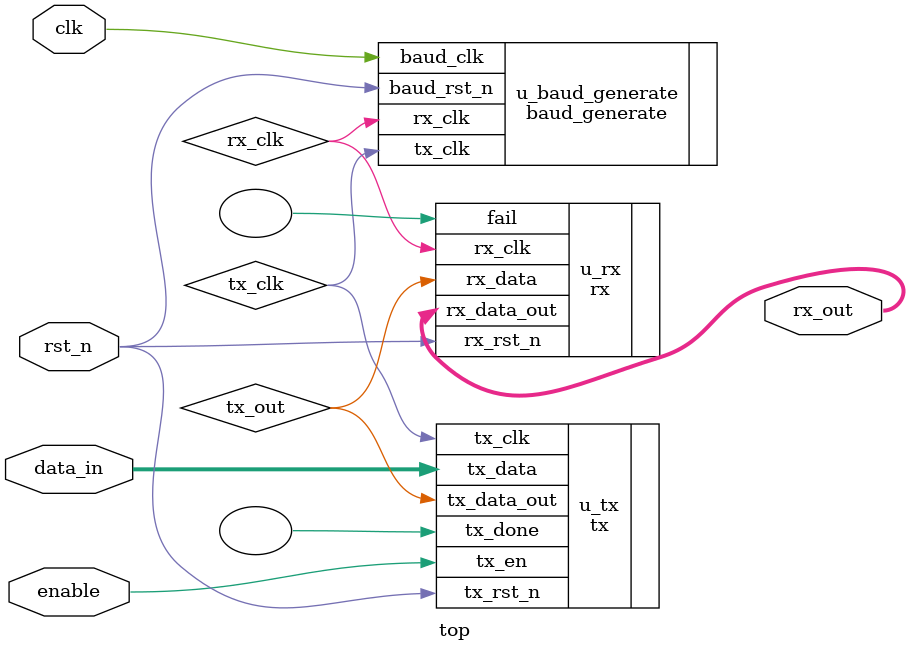
<source format=v>
`timescale 1ns / 1ps


module top#(
parameter time_frequency = 100_000_000,
parameter baud_rate = 9_600,
parameter data_width = 8,
parameter test = 1,
parameter stop_width = 2
)(
input clk,
input rst_n,
input enable,
input [data_width-1:0] data_in,
output [data_width-1:0] rx_out);

wire rx_clk;
wire tx_clk;
wire tx_out;

baud_generate#
        (time_frequency,baud_rate)
    u_baud_generate
    (
        .baud_clk   ( clk   ),
        .baud_rst_n ( rst_n ),
        .tx_clk     ( tx_clk     ),
        .rx_clk     ( rx_clk     )
    );


tx#
    (
        data_width , stop_width , test
    )
    u_tx
    (
        .tx_clk    ( tx_clk    ),
        .tx_rst_n  ( rst_n  ),
        .tx_en     ( enable     ),
        .tx_data   ( data_in   ),
        .tx_done   (),
        .tx_data_out  ( tx_out  )
    );


rx#
    (
        data_width , stop_width , test
    )
    u_rx
    (
        .rx_clk    ( rx_clk    ),
        .rx_rst_n  ( rst_n  ),
        .rx_data   ( tx_out   ),
        .fail      (),
        .rx_data_out  ( rx_out )
    );

endmodule


</source>
